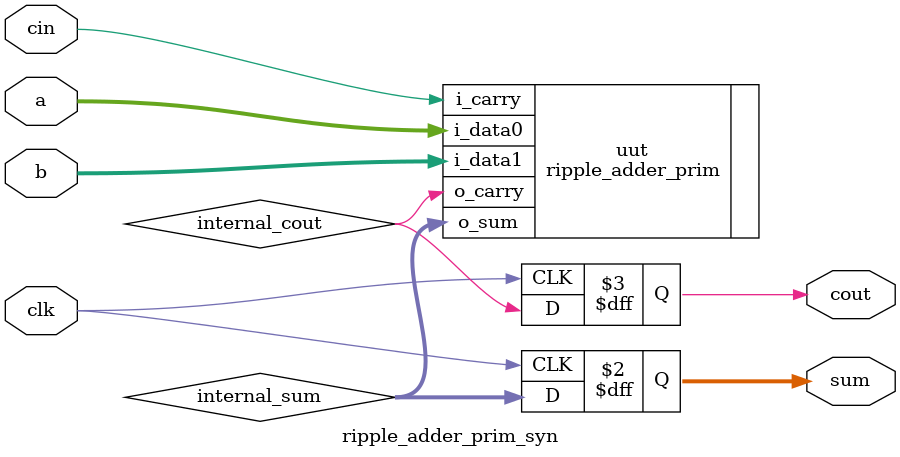
<source format=v>
module ripple_adder_prim_syn #(
    parameter WIDTH = 4
)
(input clk, input [3:0] a, b, input cin, output reg [3:0] sum, output reg cout);

  wire [3:0] internal_sum;
  wire internal_cout;

  ripple_adder_prim #(.WIDTH(WIDTH)) uut (.i_data0(a), .i_data1(b), .i_carry(cin), .o_sum(internal_sum), .o_carry(internal_cout));

  always @(posedge clk) begin
    sum <= internal_sum;
    cout <= internal_cout;
  end
endmodule
</source>
